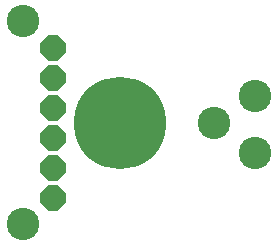
<source format=gbs>
G75*
%MOIN*%
%OFA0B0*%
%FSLAX25Y25*%
%IPPOS*%
%LPD*%
%AMOC8*
5,1,8,0,0,1.08239X$1,22.5*
%
%ADD10C,0.30800*%
%ADD11OC8,0.08400*%
%ADD12C,0.10800*%
D10*
X0056800Y0056800D03*
D11*
X0034300Y0051800D03*
X0034300Y0041800D03*
X0034300Y0031800D03*
X0034300Y0061800D03*
X0034300Y0071800D03*
X0034300Y0081800D03*
D12*
X0024300Y0023050D03*
X0088050Y0056800D03*
X0101800Y0065550D03*
X0101800Y0046800D03*
X0024300Y0090550D03*
M02*

</source>
